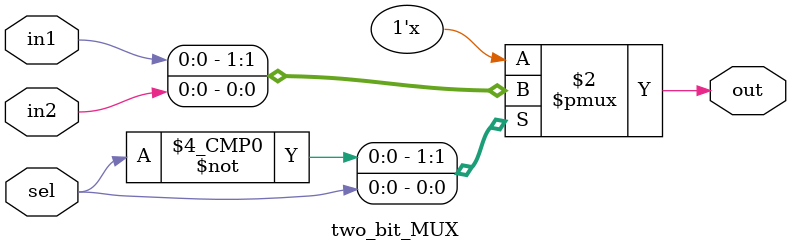
<source format=v>
`timescale 1ns / 1ps
module two_bit_MUX(in1, in2, sel, out);

input in1 ;
input in2 ;
input sel ;
output reg out ;

always@(in1 or in2 or sel)
begin
	
	case(sel)
	1'b0 : begin
			
			out = in1 ;
			
			end
	
	1'b1 : begin
				
			out = in2 ;
			
			end
	endcase
end

endmodule

</source>
